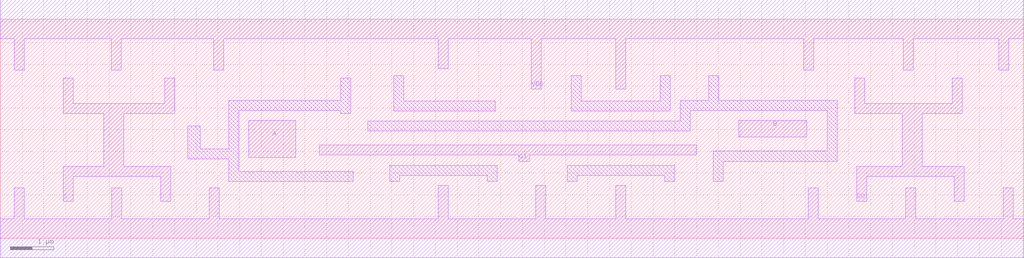
<source format=lef>
# Copyright 2022 GlobalFoundries PDK Authors
#
# Licensed under the Apache License, Version 2.0 (the "License");
# you may not use this file except in compliance with the License.
# You may obtain a copy of the License at
#
#      http://www.apache.org/licenses/LICENSE-2.0
#
# Unless required by applicable law or agreed to in writing, software
# distributed under the License is distributed on an "AS IS" BASIS,
# WITHOUT WARRANTIES OR CONDITIONS OF ANY KIND, either express or implied.
# See the License for the specific language governing permissions and
# limitations under the License.

MACRO gf180mcu_fd_sc_mcu9t5v0__addf_4
  CLASS core ;
  FOREIGN gf180mcu_fd_sc_mcu9t5v0__addf_4 0.0 0.0 ;
  ORIGIN 0 0 ;
  SYMMETRY X Y ;
  SITE GF018hv5v_green_sc9 ;
  SIZE 23.52 BY 5.04 ;
  PIN A
    DIRECTION INPUT ;
    ANTENNAGATEAREA 4.7 ;
    PORT
      LAYER METAL1 ;
        POLYGON 5.705 1.86 6.785 1.86 6.785 2.71 5.705 2.71  ;
    END
  END A
  PIN B
    DIRECTION INPUT ;
    ANTENNAGATEAREA 4.7 ;
    PORT
      LAYER METAL1 ;
        POLYGON 16.965 2.33 18.53 2.33 18.53 2.71 16.965 2.71  ;
    END
  END B
  PIN CI
    DIRECTION INPUT ;
    ANTENNAGATEAREA 3.525 ;
    PORT
      LAYER METAL1 ;
        POLYGON 7.33 1.92 8.11 1.92 11.415 1.92 11.91 1.92 11.91 1.77 12.17 1.77 12.17 1.92 15.495 1.92 15.99 1.92 15.99 2.15 15.495 2.15 11.415 2.15 8.11 2.15 7.33 2.15  ;
    END
  END CI
  PIN CO
    DIRECTION OUTPUT ;
    ANTENNADIFFAREA 3.642 ;
    PORT
      LAYER METAL1 ;
        POLYGON 19.635 2.875 20.725 2.875 20.725 1.655 19.685 1.655 19.685 0.845 19.915 0.845 19.915 1.425 21.925 1.425 21.925 0.845 22.155 0.845 22.155 1.655 21.185 1.655 21.185 2.875 22.105 2.875 22.105 3.685 21.875 3.685 21.875 3.105 19.865 3.105 19.865 3.685 19.635 3.685  ;
    END
  END CO
  PIN S
    DIRECTION OUTPUT ;
    ANTENNADIFFAREA 3.81585 ;
    PORT
      LAYER METAL1 ;
        POLYGON 2.84 2.875 4.015 2.875 4.015 3.685 3.785 3.685 3.785 3.105 1.675 3.105 1.675 3.685 1.445 3.685 1.445 2.875 2.38 2.875 2.38 1.655 1.445 1.655 1.445 0.845 1.675 0.845 1.675 1.425 3.685 1.425 3.685 0.845 3.915 0.845 3.915 1.655 2.84 1.655  ;
    END
  END S
  PIN VDD
    DIRECTION INOUT ;
    USE power ;
    SHAPE ABUTMENT ;
    PORT
      LAYER METAL1 ;
        POLYGON 0 4.59 0.325 4.59 0.325 3.875 0.555 3.875 0.555 4.59 2.555 4.59 2.555 3.875 2.785 3.875 2.785 4.59 4.905 4.59 4.905 3.875 5.135 3.875 5.135 4.59 8.11 4.59 10.065 4.59 10.065 3.905 10.295 3.905 10.295 4.59 11.37 4.59 12.205 4.59 12.205 3.435 12.435 3.435 12.435 4.59 14.145 4.59 14.145 3.435 14.375 3.435 14.375 4.59 15.395 4.59 18.465 4.59 18.465 3.875 18.695 3.875 18.695 4.59 19.235 4.59 20.75 4.59 20.75 3.875 20.98 3.875 20.98 4.59 22.945 4.59 22.945 3.875 23.175 3.875 23.175 4.59 23.52 4.59 23.52 5.49 19.235 5.49 15.395 5.49 11.37 5.49 8.11 5.49 0 5.49  ;
    END
  END VDD
  PIN VSS
    DIRECTION INOUT ;
    USE ground ;
    SHAPE ABUTMENT ;
    PORT
      LAYER METAL1 ;
        POLYGON 0 -0.45 23.52 -0.45 23.52 0.45 23.275 0.45 23.275 1.165 23.045 1.165 23.045 0.45 21.035 0.45 21.035 1.165 20.805 1.165 20.805 0.45 18.795 0.45 18.795 1.165 18.565 1.165 18.565 0.45 14.375 0.45 14.375 1.215 14.145 1.215 14.145 0.45 12.535 0.45 12.535 1.215 12.305 1.215 12.305 0.45 10.295 0.45 10.295 1.215 10.065 1.215 10.065 0.45 5.035 0.45 5.035 1.165 4.805 1.165 4.805 0.45 2.795 0.45 2.795 1.165 2.565 1.165 2.565 0.45 0.555 0.45 0.555 1.165 0.325 1.165 0.325 0.45 0 0.45  ;
    END
  END VSS
  OBS
      LAYER METAL1 ;
        POLYGON 4.31 1.83 5.245 1.83 5.245 1.315 8.11 1.315 8.11 1.545 5.475 1.545 5.475 2.94 7.825 2.94 7.825 2.875 8.055 2.875 8.055 3.685 7.825 3.685 7.825 3.17 5.245 3.17 5.245 2.06 4.595 2.06 4.595 2.585 4.31 2.585  ;
        POLYGON 9.045 2.93 11.37 2.93 11.37 3.16 9.275 3.16 9.275 3.74 9.045 3.74  ;
        POLYGON 8.945 1.315 9.175 1.315 9.175 1.445 11.185 1.445 11.185 1.315 11.415 1.315 11.415 1.675 8.945 1.675  ;
        POLYGON 13.125 2.93 15.395 2.93 15.395 3.74 15.165 3.74 15.165 3.16 13.355 3.16 13.355 3.74 13.125 3.74  ;
        POLYGON 13.025 1.315 13.255 1.315 13.255 1.445 15.265 1.445 15.265 1.315 15.495 1.315 15.495 1.675 13.025 1.675  ;
        POLYGON 8.45 2.47 15.855 2.47 15.855 2.94 19.005 2.94 19.005 2.005 16.385 2.005 16.385 1.315 16.615 1.315 16.615 1.775 19.235 1.775 19.235 3.17 16.515 3.17 16.515 3.75 16.285 3.75 16.285 3.17 15.625 3.17 15.625 2.7 8.45 2.7  ;
  END
END gf180mcu_fd_sc_mcu9t5v0__addf_4

</source>
